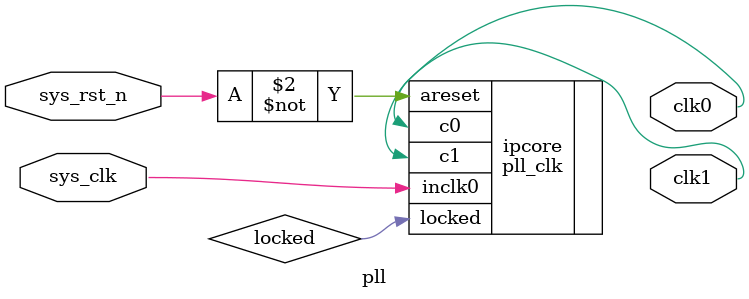
<source format=v>


module pll(
    input               sys_clk        ,  //系统时钟
    input               sys_rst_n      ,  //系统复位，低电平有效
    //输出时钟
    output              clk0       ,  //100Mhz时钟频率
    output              clk1  //100Mhz时钟频率,相位偏移180度
    );

//wire define
wire             rst_n          ;  //复位信号
wire             locked         ;  //locked信号拉高,锁相环开始稳定输出时钟

//*****************************************************
//**                    main code
//*****************************************************

//系统复位与锁相环locked相与,作为其它模块的复位信号
assign  rst_n = sys_rst_n & locked;

//锁相环
pll_clk ipcore(
    .areset       (~sys_rst_n     ),  //锁相环高电平复位,所以复位信号取反
    .inclk0       (sys_clk        ),
    .c0           (clk0       ),
    .c1           (clk1  ),
    .locked       (locked         )
    ); 

endmodule
</source>
